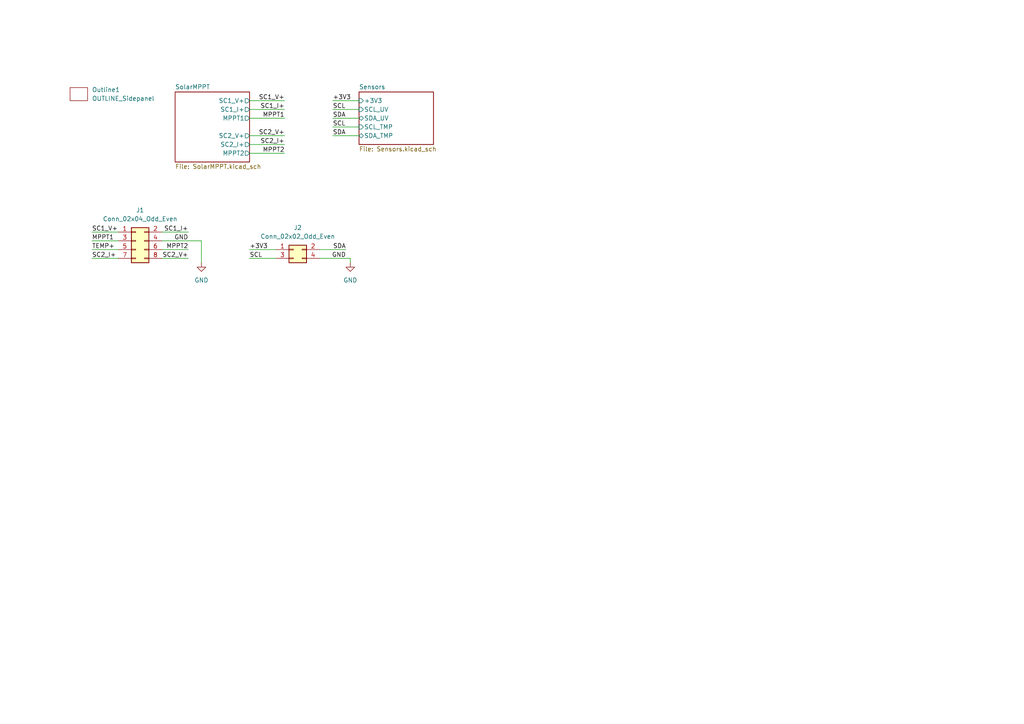
<source format=kicad_sch>
(kicad_sch (version 20211123) (generator eeschema)
  (paper "A4")
  (lib_symbols
    (symbol "Connector_Generic:Conn_02x02_Odd_Even" (pin_names (offset 1.016) hide)
      (property "Reference" "J" (at 1.27 2.54 0))
      (property "Value" "Conn_02x02_Odd_Even" (at 1.27 -5.08 0))
      (symbol "Conn_02x02_Odd_Even_1_1"
        (rectangle (start -1.27 -2.413) (end 0 -2.667) (stroke (width 0.1524)))
        (rectangle (start -1.27 0.127) (end 0 -0.127) (stroke (width 0.1524)))
        (rectangle (start -1.27 1.27) (end 3.81 -3.81) (stroke (width 0.254)) (fill (type background)))
        (rectangle (start 3.81 -2.413) (end 2.54 -2.667) (stroke (width 0.1524)))
        (rectangle (start 3.81 0.127) (end 2.54 -0.127) (stroke (width 0.1524)))
        (pin passive line (at -5.08 0 0) (length 3.81) (name "Pin_1") (number "1"))
        (pin passive line (at 7.62 0 180) (length 3.81) (name "Pin_2") (number "2"))
        (pin passive line (at -5.08 -2.54 0) (length 3.81) (name "Pin_3") (number "3"))
        (pin passive line (at 7.62 -2.54 180) (length 3.81) (name "Pin_4") (number "4"))
      )
    )
    (symbol "Connector_Generic:Conn_02x04_Odd_Even" (pin_names (offset 1.016) hide)
      (property "Reference" "J" (at 1.27 5.08 0))
      (property "Value" "Conn_02x04_Odd_Even" (at 1.27 -7.62 0))
      (symbol "Conn_02x04_Odd_Even_1_1"
        (rectangle (start -1.27 -4.953) (end 0 -5.207) (stroke (width 0.1524)))
        (rectangle (start -1.27 -2.413) (end 0 -2.667) (stroke (width 0.1524)))
        (rectangle (start -1.27 0.127) (end 0 -0.127) (stroke (width 0.1524)))
        (rectangle (start -1.27 2.667) (end 0 2.413) (stroke (width 0.1524)))
        (rectangle (start -1.27 3.81) (end 3.81 -6.35) (stroke (width 0.254)) (fill (type background)))
        (rectangle (start 3.81 -4.953) (end 2.54 -5.207) (stroke (width 0.1524)))
        (rectangle (start 3.81 -2.413) (end 2.54 -2.667) (stroke (width 0.1524)))
        (rectangle (start 3.81 0.127) (end 2.54 -0.127) (stroke (width 0.1524)))
        (rectangle (start 3.81 2.667) (end 2.54 2.413) (stroke (width 0.1524)))
        (pin passive line (at -5.08 2.54 0) (length 3.81) (name "Pin_1") (number "1"))
        (pin passive line (at 7.62 2.54 180) (length 3.81) (name "Pin_2") (number "2"))
        (pin passive line (at -5.08 0 0) (length 3.81) (name "Pin_3") (number "3"))
        (pin passive line (at 7.62 0 180) (length 3.81) (name "Pin_4") (number "4"))
        (pin passive line (at -5.08 -2.54 0) (length 3.81) (name "Pin_5") (number "5"))
        (pin passive line (at 7.62 -2.54 180) (length 3.81) (name "Pin_6") (number "6"))
        (pin passive line (at -5.08 -5.08 0) (length 3.81) (name "Pin_7") (number "7"))
        (pin passive line (at 7.62 -5.08 180) (length 3.81) (name "Pin_8") (number "8"))
      )
    )
    (symbol "USER_Outline:OUTLINE_Sidepanel" (in_bom no)
      (property "Reference" "Outline?" (at 3.81 -3.1749 0))
      (property "Value" "OUTLINE_Sidepanel" (at 3.81 -5.7149 0))
      (symbol "OUTLINE_Sidepanel_0_1"
        (rectangle (start -2.54 -2.54) (end 2.54 -6.35))
      )
    )
    (symbol "power:GND" (power) (pin_names (offset 0))
      (property "Value" "GND" (at 0 -3.81 0))
      (symbol "GND_0_1"
        (polyline (pts (xy 0 0) (xy 0 -1.27) (xy 1.27 -1.27) (xy 0 -2.54) (xy -1.27 -1.27) (xy 0 -1.27)))
      )
      (symbol "GND_1_1"
        (pin power_in line (at 0 0 270) (length 0) hide (name "GND") (number "1"))
      )
    )
  )
  (wire (pts (xy 26.67 67.31) (xy 34.29 67.31)))
  (wire (pts (xy 54.61 74.93) (xy 46.99 74.93)))
  (wire (pts (xy 96.52 39.37) (xy 104.14 39.37)))
  (wire (pts (xy 72.39 29.21) (xy 82.55 29.21)))
  (wire (pts (xy 96.52 36.83) (xy 104.14 36.83)))
  (wire (pts (xy 26.67 74.93) (xy 34.29 74.93)))
  (wire (pts (xy 58.42 76.2) (xy 58.42 69.85)))
  (wire (pts (xy 72.39 39.37) (xy 82.55 39.37)))
  (wire (pts (xy 101.6 76.2) (xy 101.6 74.93)))
  (wire (pts (xy 72.39 34.29) (xy 82.55 34.29)))
  (wire (pts (xy 72.39 72.39) (xy 80.01 72.39)))
  (wire (pts (xy 54.61 67.31) (xy 46.99 67.31)))
  (wire (pts (xy 72.39 44.45) (xy 82.55 44.45)))
  (wire (pts (xy 96.52 34.29) (xy 104.14 34.29)))
  (wire (pts (xy 54.61 72.39) (xy 46.99 72.39)))
  (wire (pts (xy 92.71 74.93) (xy 101.6 74.93)))
  (wire (pts (xy 72.39 31.75) (xy 82.55 31.75)))
  (wire (pts (xy 72.39 74.93) (xy 80.01 74.93)))
  (wire (pts (xy 96.52 31.75) (xy 104.14 31.75)))
  (wire (pts (xy 92.71 72.39) (xy 100.33 72.39)))
  (wire (pts (xy 72.39 41.91) (xy 82.55 41.91)))
  (wire (pts (xy 46.99 69.85) (xy 58.42 69.85)))
  (wire (pts (xy 26.67 69.85) (xy 34.29 69.85)))
  (wire (pts (xy 96.52 29.21) (xy 104.14 29.21)))
  (wire (pts (xy 26.67 72.39) (xy 34.29 72.39)))
  (label "SC1_I+" (at 54.61 67.31 180))
  (label "MPPT2" (at 82.55 44.45 180))
  (label "MPPT1" (at 26.67 69.85 0))
  (label "SC1_V+" (at 82.55 29.21 180))
  (label "SC2_V+" (at 82.55 39.37 180))
  (label "SC2_V+" (at 54.61 74.93 180))
  (label "SC1_I+" (at 82.55 31.75 180))
  (label "GND" (at 54.61 69.85 180))
  (label "MPPT2" (at 54.61 72.39 180))
  (label "SCL" (at 72.39 74.93 0))
  (label "GND" (at 100.33 74.93 180))
  (label "SDA" (at 96.52 34.29 0))
  (label "TEMP+" (at 26.67 72.39 0))
  (label "MPPT1" (at 82.55 34.29 180))
  (label "SCL" (at 96.52 31.75 0))
  (label "+3V3" (at 72.39 72.39 0))
  (label "SC2_I+" (at 26.67 74.93 0))
  (label "SCL" (at 96.52 36.83 0))
  (label "+3V3" (at 96.52 29.21 0))
  (label "SDA" (at 96.52 39.37 0))
  (label "SC1_V+" (at 26.67 67.31 0))
  (label "SDA" (at 100.33 72.39 180))
  (label "SC2_I+" (at 82.55 41.91 180))
  (symbol (lib_id "power:GND") (at 58.42 76.2 0) (unit 1)
    (property "Reference" "#PWR0111" (effects hide))
    (property "Value" "GND" (at 58.42 81.28 0))
  )
  (symbol (lib_id "USER_Outline:OUTLINE_Sidepanel") (at 22.86 22.86 0) (unit 1) (in_bom no)
    (property "Reference" "Outline1" (at 26.67 26.0349 0) (effects (justify left)))
    (property "Value" "OUTLINE_Sidepanel" (at 26.67 28.5749 0) (effects (justify left)))
    (property "Footprint" "USER_OUTLINE:OUTLINE_SidepanelY+" (effects hide))
  )
  (symbol (lib_id "Connector_Generic:Conn_02x04_Odd_Even") (at 39.37 69.85 0) (unit 1)
    (property "Reference" "J1" (at 40.64 60.96 0))
    (property "Value" "Conn_02x04_Odd_Even" (at 40.64 63.5 0))
    (property "Footprint" "SamacSys:M808280842" (effects hide))
  )
  (symbol (lib_id "Connector_Generic:Conn_02x02_Odd_Even") (at 85.09 72.39 0) (unit 1)
    (property "Reference" "J2" (at 86.36 66.04 0))
    (property "Value" "Conn_02x02_Odd_Even" (at 86.36 68.58 0))
    (property "Footprint" "USER_Passiv:M80-8280442" (effects hide))
  )
  (symbol (lib_id "power:GND") (at 101.6 76.2 0) (unit 1)
    (property "Reference" "#PWR0112" (effects hide))
    (property "Value" "GND" (at 101.6 81.28 0))
  )
  (sheet (at 50.8 26.67) (size 21.59 20.32) (stroke (width 0.1524))
    (property "Sheet name" "SolarMPPT" (at 50.8 25.9584 0) (effects (justify left bottom)))
    (property "Sheet file" "SolarMPPT.kicad_sch" (at 50.8 47.5746 0) (effects (justify left top)))
    (pin "SC2_I+" output (at 72.39 41.91 0))
    (pin "MPPT2" output (at 72.39 44.45 0))
    (pin "SC1_V+" output (at 72.39 29.21 0))
    (pin "SC1_I+" output (at 72.39 31.75 0))
    (pin "MPPT1" output (at 72.39 34.29 0))
    (pin "SC2_V+" output (at 72.39 39.37 0))
  )
  (sheet (at 104.14 26.67) (size 21.59 15.24) (stroke (width 0.1524))
    (property "Sheet name" "Sensors" (at 104.14 25.9584 0) (effects (justify left bottom)))
    (property "Sheet file" "Sensors.kicad_sch" (at 104.14 42.4946 0) (effects (justify left top)))
    (pin "+3V3" input (at 104.14 29.21 180))
    (pin "SCL_UV" input (at 104.14 31.75 180))
    (pin "SDA_UV" bidirectional (at 104.14 34.29 180))
    (pin "SCL_TMP" input (at 104.14 36.83 180))
    (pin "SDA_TMP" bidirectional (at 104.14 39.37 180))
  )
)
</source>
